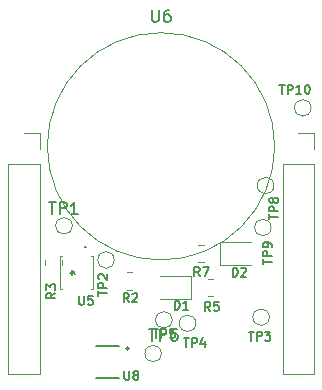
<source format=gbr>
%TF.GenerationSoftware,KiCad,Pcbnew,6.0.4-6f826c9f35~116~ubuntu20.04.1*%
%TF.CreationDate,2022-04-08T13:22:16+02:00*%
%TF.ProjectId,BACKUP_PROJECT,4241434b-5550-45f5-9052-4f4a4543542e,rev?*%
%TF.SameCoordinates,Original*%
%TF.FileFunction,Legend,Top*%
%TF.FilePolarity,Positive*%
%FSLAX46Y46*%
G04 Gerber Fmt 4.6, Leading zero omitted, Abs format (unit mm)*
G04 Created by KiCad (PCBNEW 6.0.4-6f826c9f35~116~ubuntu20.04.1) date 2022-04-08 13:22:16*
%MOMM*%
%LPD*%
G01*
G04 APERTURE LIST*
%ADD10C,0.150000*%
%ADD11C,0.120000*%
%ADD12C,0.127000*%
%ADD13C,0.200000*%
G04 APERTURE END LIST*
D10*
%TO.C,TP9*%
X150153914Y-82292371D02*
X150153914Y-81856942D01*
X150915914Y-82074657D02*
X150153914Y-82074657D01*
X150915914Y-81602942D02*
X150153914Y-81602942D01*
X150153914Y-81312657D01*
X150190200Y-81240085D01*
X150226485Y-81203800D01*
X150299057Y-81167514D01*
X150407914Y-81167514D01*
X150480485Y-81203800D01*
X150516771Y-81240085D01*
X150553057Y-81312657D01*
X150553057Y-81602942D01*
X150915914Y-80804657D02*
X150915914Y-80659514D01*
X150879628Y-80586942D01*
X150843342Y-80550657D01*
X150734485Y-80478085D01*
X150589342Y-80441800D01*
X150299057Y-80441800D01*
X150226485Y-80478085D01*
X150190200Y-80514371D01*
X150153914Y-80586942D01*
X150153914Y-80732085D01*
X150190200Y-80804657D01*
X150226485Y-80840942D01*
X150299057Y-80877228D01*
X150480485Y-80877228D01*
X150553057Y-80840942D01*
X150589342Y-80804657D01*
X150625628Y-80732085D01*
X150625628Y-80586942D01*
X150589342Y-80514371D01*
X150553057Y-80478085D01*
X150480485Y-80441800D01*
%TO.C,TP6*%
X140520895Y-87768180D02*
X141092323Y-87768180D01*
X140806609Y-88768180D02*
X140806609Y-87768180D01*
X141425657Y-88768180D02*
X141425657Y-87768180D01*
X141806609Y-87768180D01*
X141901847Y-87815800D01*
X141949466Y-87863419D01*
X141997085Y-87958657D01*
X141997085Y-88101514D01*
X141949466Y-88196752D01*
X141901847Y-88244371D01*
X141806609Y-88291990D01*
X141425657Y-88291990D01*
X142854228Y-87768180D02*
X142663752Y-87768180D01*
X142568514Y-87815800D01*
X142520895Y-87863419D01*
X142425657Y-88006276D01*
X142378038Y-88196752D01*
X142378038Y-88577704D01*
X142425657Y-88672942D01*
X142473276Y-88720561D01*
X142568514Y-88768180D01*
X142758990Y-88768180D01*
X142854228Y-88720561D01*
X142901847Y-88672942D01*
X142949466Y-88577704D01*
X142949466Y-88339609D01*
X142901847Y-88244371D01*
X142854228Y-88196752D01*
X142758990Y-88149133D01*
X142568514Y-88149133D01*
X142473276Y-88196752D01*
X142425657Y-88244371D01*
X142378038Y-88339609D01*
%TO.C,TP8*%
X150712714Y-78507771D02*
X150712714Y-78072342D01*
X151474714Y-78290057D02*
X150712714Y-78290057D01*
X151474714Y-77818342D02*
X150712714Y-77818342D01*
X150712714Y-77528057D01*
X150749000Y-77455485D01*
X150785285Y-77419200D01*
X150857857Y-77382914D01*
X150966714Y-77382914D01*
X151039285Y-77419200D01*
X151075571Y-77455485D01*
X151111857Y-77528057D01*
X151111857Y-77818342D01*
X151039285Y-76947485D02*
X151003000Y-77020057D01*
X150966714Y-77056342D01*
X150894142Y-77092628D01*
X150857857Y-77092628D01*
X150785285Y-77056342D01*
X150749000Y-77020057D01*
X150712714Y-76947485D01*
X150712714Y-76802342D01*
X150749000Y-76729771D01*
X150785285Y-76693485D01*
X150857857Y-76657200D01*
X150894142Y-76657200D01*
X150966714Y-76693485D01*
X151003000Y-76729771D01*
X151039285Y-76802342D01*
X151039285Y-76947485D01*
X151075571Y-77020057D01*
X151111857Y-77056342D01*
X151184428Y-77092628D01*
X151329571Y-77092628D01*
X151402142Y-77056342D01*
X151438428Y-77020057D01*
X151474714Y-76947485D01*
X151474714Y-76802342D01*
X151438428Y-76729771D01*
X151402142Y-76693485D01*
X151329571Y-76657200D01*
X151184428Y-76657200D01*
X151111857Y-76693485D01*
X151075571Y-76729771D01*
X151039285Y-76802342D01*
%TO.C,D2*%
X147595771Y-83351914D02*
X147595771Y-82589914D01*
X147777200Y-82589914D01*
X147886057Y-82626200D01*
X147958628Y-82698771D01*
X147994914Y-82771342D01*
X148031200Y-82916485D01*
X148031200Y-83025342D01*
X147994914Y-83170485D01*
X147958628Y-83243057D01*
X147886057Y-83315628D01*
X147777200Y-83351914D01*
X147595771Y-83351914D01*
X148321485Y-82662485D02*
X148357771Y-82626200D01*
X148430342Y-82589914D01*
X148611771Y-82589914D01*
X148684342Y-82626200D01*
X148720628Y-82662485D01*
X148756914Y-82735057D01*
X148756914Y-82807628D01*
X148720628Y-82916485D01*
X148285200Y-83351914D01*
X148756914Y-83351914D01*
%TO.C,TP2*%
X136234714Y-84984771D02*
X136234714Y-84549342D01*
X136996714Y-84767057D02*
X136234714Y-84767057D01*
X136996714Y-84295342D02*
X136234714Y-84295342D01*
X136234714Y-84005057D01*
X136271000Y-83932485D01*
X136307285Y-83896200D01*
X136379857Y-83859914D01*
X136488714Y-83859914D01*
X136561285Y-83896200D01*
X136597571Y-83932485D01*
X136633857Y-84005057D01*
X136633857Y-84295342D01*
X136307285Y-83569628D02*
X136271000Y-83533342D01*
X136234714Y-83460771D01*
X136234714Y-83279342D01*
X136271000Y-83206771D01*
X136307285Y-83170485D01*
X136379857Y-83134200D01*
X136452428Y-83134200D01*
X136561285Y-83170485D01*
X136996714Y-83605914D01*
X136996714Y-83134200D01*
%TO.C,U8*%
X138433628Y-91327514D02*
X138433628Y-91944371D01*
X138469914Y-92016942D01*
X138506200Y-92053228D01*
X138578771Y-92089514D01*
X138723914Y-92089514D01*
X138796485Y-92053228D01*
X138832771Y-92016942D01*
X138869057Y-91944371D01*
X138869057Y-91327514D01*
X139340771Y-91654085D02*
X139268200Y-91617800D01*
X139231914Y-91581514D01*
X139195628Y-91508942D01*
X139195628Y-91472657D01*
X139231914Y-91400085D01*
X139268200Y-91363800D01*
X139340771Y-91327514D01*
X139485914Y-91327514D01*
X139558485Y-91363800D01*
X139594771Y-91400085D01*
X139631057Y-91472657D01*
X139631057Y-91508942D01*
X139594771Y-91581514D01*
X139558485Y-91617800D01*
X139485914Y-91654085D01*
X139340771Y-91654085D01*
X139268200Y-91690371D01*
X139231914Y-91726657D01*
X139195628Y-91799228D01*
X139195628Y-91944371D01*
X139231914Y-92016942D01*
X139268200Y-92053228D01*
X139340771Y-92089514D01*
X139485914Y-92089514D01*
X139558485Y-92053228D01*
X139594771Y-92016942D01*
X139631057Y-91944371D01*
X139631057Y-91799228D01*
X139594771Y-91726657D01*
X139558485Y-91690371D01*
X139485914Y-91654085D01*
%TO.C,TP1*%
X132062695Y-77049180D02*
X132634123Y-77049180D01*
X132348409Y-78049180D02*
X132348409Y-77049180D01*
X132967457Y-78049180D02*
X132967457Y-77049180D01*
X133348409Y-77049180D01*
X133443647Y-77096800D01*
X133491266Y-77144419D01*
X133538885Y-77239657D01*
X133538885Y-77382514D01*
X133491266Y-77477752D01*
X133443647Y-77525371D01*
X133348409Y-77572990D01*
X132967457Y-77572990D01*
X134491266Y-78049180D02*
X133919838Y-78049180D01*
X134205552Y-78049180D02*
X134205552Y-77049180D01*
X134110314Y-77192038D01*
X134015076Y-77287276D01*
X133919838Y-77334895D01*
%TO.C,R7*%
X144805400Y-83301114D02*
X144551400Y-82938257D01*
X144369971Y-83301114D02*
X144369971Y-82539114D01*
X144660257Y-82539114D01*
X144732828Y-82575400D01*
X144769114Y-82611685D01*
X144805400Y-82684257D01*
X144805400Y-82793114D01*
X144769114Y-82865685D01*
X144732828Y-82901971D01*
X144660257Y-82938257D01*
X144369971Y-82938257D01*
X145059400Y-82539114D02*
X145567400Y-82539114D01*
X145240828Y-83301114D01*
%TO.C,U5*%
X134598228Y-84977514D02*
X134598228Y-85594371D01*
X134634514Y-85666942D01*
X134670800Y-85703228D01*
X134743371Y-85739514D01*
X134888514Y-85739514D01*
X134961085Y-85703228D01*
X134997371Y-85666942D01*
X135033657Y-85594371D01*
X135033657Y-84977514D01*
X135759371Y-84977514D02*
X135396514Y-84977514D01*
X135360228Y-85340371D01*
X135396514Y-85304085D01*
X135469085Y-85267800D01*
X135650514Y-85267800D01*
X135723085Y-85304085D01*
X135759371Y-85340371D01*
X135795657Y-85412942D01*
X135795657Y-85594371D01*
X135759371Y-85666942D01*
X135723085Y-85703228D01*
X135650514Y-85739514D01*
X135469085Y-85739514D01*
X135396514Y-85703228D01*
X135360228Y-85666942D01*
X133818380Y-83007200D02*
X134056476Y-83007200D01*
X133961238Y-83245295D02*
X134056476Y-83007200D01*
X133961238Y-82769104D01*
X134246952Y-83150057D02*
X134056476Y-83007200D01*
X134246952Y-82864342D01*
%TO.C,R2*%
X138811000Y-85536314D02*
X138557000Y-85173457D01*
X138375571Y-85536314D02*
X138375571Y-84774314D01*
X138665857Y-84774314D01*
X138738428Y-84810600D01*
X138774714Y-84846885D01*
X138811000Y-84919457D01*
X138811000Y-85028314D01*
X138774714Y-85100885D01*
X138738428Y-85137171D01*
X138665857Y-85173457D01*
X138375571Y-85173457D01*
X139101285Y-84846885D02*
X139137571Y-84810600D01*
X139210142Y-84774314D01*
X139391571Y-84774314D01*
X139464142Y-84810600D01*
X139500428Y-84846885D01*
X139536714Y-84919457D01*
X139536714Y-84992028D01*
X139500428Y-85100885D01*
X139065000Y-85536314D01*
X139536714Y-85536314D01*
%TO.C,R5*%
X145719800Y-86247514D02*
X145465800Y-85884657D01*
X145284371Y-86247514D02*
X145284371Y-85485514D01*
X145574657Y-85485514D01*
X145647228Y-85521800D01*
X145683514Y-85558085D01*
X145719800Y-85630657D01*
X145719800Y-85739514D01*
X145683514Y-85812085D01*
X145647228Y-85848371D01*
X145574657Y-85884657D01*
X145284371Y-85884657D01*
X146409228Y-85485514D02*
X146046371Y-85485514D01*
X146010085Y-85848371D01*
X146046371Y-85812085D01*
X146118942Y-85775800D01*
X146300371Y-85775800D01*
X146372942Y-85812085D01*
X146409228Y-85848371D01*
X146445514Y-85920942D01*
X146445514Y-86102371D01*
X146409228Y-86174942D01*
X146372942Y-86211228D01*
X146300371Y-86247514D01*
X146118942Y-86247514D01*
X146046371Y-86211228D01*
X146010085Y-86174942D01*
%TO.C,TP4*%
X143462828Y-88533514D02*
X143898257Y-88533514D01*
X143680542Y-89295514D02*
X143680542Y-88533514D01*
X144152257Y-89295514D02*
X144152257Y-88533514D01*
X144442542Y-88533514D01*
X144515114Y-88569800D01*
X144551400Y-88606085D01*
X144587685Y-88678657D01*
X144587685Y-88787514D01*
X144551400Y-88860085D01*
X144515114Y-88896371D01*
X144442542Y-88932657D01*
X144152257Y-88932657D01*
X145240828Y-88787514D02*
X145240828Y-89295514D01*
X145059400Y-88497228D02*
X144877971Y-89041514D01*
X145349685Y-89041514D01*
%TO.C,TP10*%
X151558171Y-67121314D02*
X151993600Y-67121314D01*
X151775885Y-67883314D02*
X151775885Y-67121314D01*
X152247600Y-67883314D02*
X152247600Y-67121314D01*
X152537885Y-67121314D01*
X152610457Y-67157600D01*
X152646742Y-67193885D01*
X152683028Y-67266457D01*
X152683028Y-67375314D01*
X152646742Y-67447885D01*
X152610457Y-67484171D01*
X152537885Y-67520457D01*
X152247600Y-67520457D01*
X153408742Y-67883314D02*
X152973314Y-67883314D01*
X153191028Y-67883314D02*
X153191028Y-67121314D01*
X153118457Y-67230171D01*
X153045885Y-67302742D01*
X152973314Y-67339028D01*
X153880457Y-67121314D02*
X153953028Y-67121314D01*
X154025600Y-67157600D01*
X154061885Y-67193885D01*
X154098171Y-67266457D01*
X154134457Y-67411600D01*
X154134457Y-67593028D01*
X154098171Y-67738171D01*
X154061885Y-67810742D01*
X154025600Y-67847028D01*
X153953028Y-67883314D01*
X153880457Y-67883314D01*
X153807885Y-67847028D01*
X153771600Y-67810742D01*
X153735314Y-67738171D01*
X153699028Y-67593028D01*
X153699028Y-67411600D01*
X153735314Y-67266457D01*
X153771600Y-67193885D01*
X153807885Y-67157600D01*
X153880457Y-67121314D01*
%TO.C,TP5*%
X140872028Y-87771514D02*
X141307457Y-87771514D01*
X141089742Y-88533514D02*
X141089742Y-87771514D01*
X141561457Y-88533514D02*
X141561457Y-87771514D01*
X141851742Y-87771514D01*
X141924314Y-87807800D01*
X141960600Y-87844085D01*
X141996885Y-87916657D01*
X141996885Y-88025514D01*
X141960600Y-88098085D01*
X141924314Y-88134371D01*
X141851742Y-88170657D01*
X141561457Y-88170657D01*
X142686314Y-87771514D02*
X142323457Y-87771514D01*
X142287171Y-88134371D01*
X142323457Y-88098085D01*
X142396028Y-88061800D01*
X142577457Y-88061800D01*
X142650028Y-88098085D01*
X142686314Y-88134371D01*
X142722600Y-88206942D01*
X142722600Y-88388371D01*
X142686314Y-88460942D01*
X142650028Y-88497228D01*
X142577457Y-88533514D01*
X142396028Y-88533514D01*
X142323457Y-88497228D01*
X142287171Y-88460942D01*
%TO.C,R3*%
X132602514Y-84734400D02*
X132239657Y-84988400D01*
X132602514Y-85169828D02*
X131840514Y-85169828D01*
X131840514Y-84879542D01*
X131876800Y-84806971D01*
X131913085Y-84770685D01*
X131985657Y-84734400D01*
X132094514Y-84734400D01*
X132167085Y-84770685D01*
X132203371Y-84806971D01*
X132239657Y-84879542D01*
X132239657Y-85169828D01*
X131840514Y-84480400D02*
X131840514Y-84008685D01*
X132130800Y-84262685D01*
X132130800Y-84153828D01*
X132167085Y-84081257D01*
X132203371Y-84044971D01*
X132275942Y-84008685D01*
X132457371Y-84008685D01*
X132529942Y-84044971D01*
X132566228Y-84081257D01*
X132602514Y-84153828D01*
X132602514Y-84371542D01*
X132566228Y-84444114D01*
X132529942Y-84480400D01*
%TO.C,U6*%
X140774095Y-60773380D02*
X140774095Y-61582904D01*
X140821714Y-61678142D01*
X140869333Y-61725761D01*
X140964571Y-61773380D01*
X141155047Y-61773380D01*
X141250285Y-61725761D01*
X141297904Y-61678142D01*
X141345523Y-61582904D01*
X141345523Y-60773380D01*
X142250285Y-60773380D02*
X142059809Y-60773380D01*
X141964571Y-60821000D01*
X141916952Y-60868619D01*
X141821714Y-61011476D01*
X141774095Y-61201952D01*
X141774095Y-61582904D01*
X141821714Y-61678142D01*
X141869333Y-61725761D01*
X141964571Y-61773380D01*
X142155047Y-61773380D01*
X142250285Y-61725761D01*
X142297904Y-61678142D01*
X142345523Y-61582904D01*
X142345523Y-61344809D01*
X142297904Y-61249571D01*
X142250285Y-61201952D01*
X142155047Y-61154333D01*
X141964571Y-61154333D01*
X141869333Y-61201952D01*
X141821714Y-61249571D01*
X141774095Y-61344809D01*
%TO.C,D1*%
X142693571Y-86145914D02*
X142693571Y-85383914D01*
X142875000Y-85383914D01*
X142983857Y-85420200D01*
X143056428Y-85492771D01*
X143092714Y-85565342D01*
X143129000Y-85710485D01*
X143129000Y-85819342D01*
X143092714Y-85964485D01*
X143056428Y-86037057D01*
X142983857Y-86109628D01*
X142875000Y-86145914D01*
X142693571Y-86145914D01*
X143854714Y-86145914D02*
X143419285Y-86145914D01*
X143637000Y-86145914D02*
X143637000Y-85383914D01*
X143564428Y-85492771D01*
X143491857Y-85565342D01*
X143419285Y-85601628D01*
%TO.C,TP3*%
X148949228Y-88000114D02*
X149384657Y-88000114D01*
X149166942Y-88762114D02*
X149166942Y-88000114D01*
X149638657Y-88762114D02*
X149638657Y-88000114D01*
X149928942Y-88000114D01*
X150001514Y-88036400D01*
X150037800Y-88072685D01*
X150074085Y-88145257D01*
X150074085Y-88254114D01*
X150037800Y-88326685D01*
X150001514Y-88362971D01*
X149928942Y-88399257D01*
X149638657Y-88399257D01*
X150328085Y-88000114D02*
X150799800Y-88000114D01*
X150545800Y-88290400D01*
X150654657Y-88290400D01*
X150727228Y-88326685D01*
X150763514Y-88362971D01*
X150799800Y-88435542D01*
X150799800Y-88616971D01*
X150763514Y-88689542D01*
X150727228Y-88725828D01*
X150654657Y-88762114D01*
X150436942Y-88762114D01*
X150364371Y-88725828D01*
X150328085Y-88689542D01*
D11*
%TO.C,TP9*%
X150864800Y-79197200D02*
G75*
G03*
X150864800Y-79197200I-700000J0D01*
G01*
%TO.C,TP6*%
X141568400Y-89865200D02*
G75*
G03*
X141568400Y-89865200I-700000J0D01*
G01*
%TO.C,TP8*%
X151093400Y-75641200D02*
G75*
G03*
X151093400Y-75641200I-700000J0D01*
G01*
%TO.C,D2*%
X146498600Y-82341600D02*
X149183600Y-82341600D01*
X149183600Y-80421600D02*
X146498600Y-80421600D01*
X146498600Y-80421600D02*
X146498600Y-82341600D01*
%TO.C,J1*%
X131276000Y-73787000D02*
X131276000Y-91627000D01*
X131276000Y-71187000D02*
X131276000Y-72517000D01*
X128616000Y-73787000D02*
X128616000Y-91627000D01*
X128616000Y-73787000D02*
X131276000Y-73787000D01*
X128616000Y-91627000D02*
X131276000Y-91627000D01*
X129946000Y-71187000D02*
X131276000Y-71187000D01*
%TO.C,TP2*%
X137580600Y-81940400D02*
G75*
G03*
X137580600Y-81940400I-700000J0D01*
G01*
D12*
%TO.C,U8*%
X136007600Y-91926400D02*
X138007600Y-91926400D01*
X136007600Y-89226400D02*
X138007600Y-89226400D01*
D13*
X138802600Y-89426400D02*
G75*
G03*
X138802600Y-89426400I-100000J0D01*
G01*
D11*
%TO.C,TP1*%
X134024600Y-79044800D02*
G75*
G03*
X134024600Y-79044800I-700000J0D01*
G01*
%TO.C,R7*%
X145161364Y-80646600D02*
X144707236Y-80646600D01*
X145161364Y-82116600D02*
X144707236Y-82116600D01*
%TO.C,U5*%
X135575741Y-84429600D02*
X135788400Y-84429600D01*
X135788400Y-81584800D02*
X135575741Y-81584800D01*
X132943600Y-81584800D02*
X132943600Y-84429600D01*
X132943600Y-84429600D02*
X133156259Y-84429600D01*
X135788400Y-84429600D02*
X135788400Y-81584800D01*
X133156259Y-81584800D02*
X132943600Y-81584800D01*
X135217600Y-80856200D02*
G75*
G03*
X135217600Y-80856200I-101600J0D01*
G01*
%TO.C,R2*%
X138662036Y-82983400D02*
X139116164Y-82983400D01*
X138662036Y-84453400D02*
X139116164Y-84453400D01*
%TO.C,R5*%
X145518136Y-83542200D02*
X145972264Y-83542200D01*
X145518136Y-85012200D02*
X145972264Y-85012200D01*
%TO.C,TP4*%
X144489400Y-87299800D02*
G75*
G03*
X144489400Y-87299800I-700000J0D01*
G01*
%TO.C,J2*%
X151832000Y-91627000D02*
X154492000Y-91627000D01*
X151832000Y-73787000D02*
X151832000Y-91627000D01*
X154492000Y-73787000D02*
X154492000Y-91627000D01*
X151832000Y-73787000D02*
X154492000Y-73787000D01*
X153162000Y-71187000D02*
X154492000Y-71187000D01*
X154492000Y-71187000D02*
X154492000Y-72517000D01*
%TO.C,TP10*%
X154243000Y-69062600D02*
G75*
G03*
X154243000Y-69062600I-700000J0D01*
G01*
%TO.C,TP5*%
X142482800Y-87020400D02*
G75*
G03*
X142482800Y-87020400I-700000J0D01*
G01*
%TO.C,R3*%
X133170600Y-82368764D02*
X133170600Y-81914636D01*
X131700600Y-82368764D02*
X131700600Y-81914636D01*
%TO.C,U6*%
X151161000Y-72321000D02*
G75*
G03*
X151161000Y-72321000I-9625000J0D01*
G01*
%TO.C,D1*%
X141420100Y-85237200D02*
X144105100Y-85237200D01*
X144105100Y-85237200D02*
X144105100Y-83317200D01*
X144105100Y-83317200D02*
X141420100Y-83317200D01*
%TO.C,TP3*%
X150712400Y-86791800D02*
G75*
G03*
X150712400Y-86791800I-700000J0D01*
G01*
%TD*%
M02*

</source>
